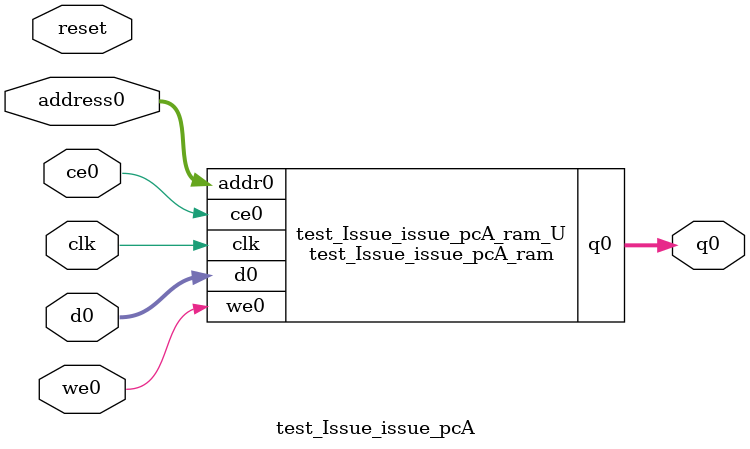
<source format=v>

`timescale 1 ns / 1 ps
module test_Issue_issue_pcA_ram (addr0, ce0, d0, we0, q0,  clk);

parameter DWIDTH = 8;
parameter AWIDTH = 2;
parameter MEM_SIZE = 4;

input[AWIDTH-1:0] addr0;
input ce0;
input[DWIDTH-1:0] d0;
input we0;
output reg[DWIDTH-1:0] q0;
input clk;

(* ram_style = "distributed" *)reg [DWIDTH-1:0] ram[0:MEM_SIZE-1];




always @(posedge clk)  
begin 
    if (ce0) 
    begin
        if (we0) 
        begin 
            ram[addr0] <= d0; 
            q0 <= d0;
        end 
        else 
            q0 <= ram[addr0];
    end
end


endmodule


`timescale 1 ns / 1 ps
module test_Issue_issue_pcA(
    reset,
    clk,
    address0,
    ce0,
    we0,
    d0,
    q0);

parameter DataWidth = 32'd8;
parameter AddressRange = 32'd4;
parameter AddressWidth = 32'd2;
input reset;
input clk;
input[AddressWidth - 1:0] address0;
input ce0;
input we0;
input[DataWidth - 1:0] d0;
output[DataWidth - 1:0] q0;



test_Issue_issue_pcA_ram test_Issue_issue_pcA_ram_U(
    .clk( clk ),
    .addr0( address0 ),
    .ce0( ce0 ),
    .we0( we0 ),
    .d0( d0 ),
    .q0( q0 ));

endmodule


</source>
